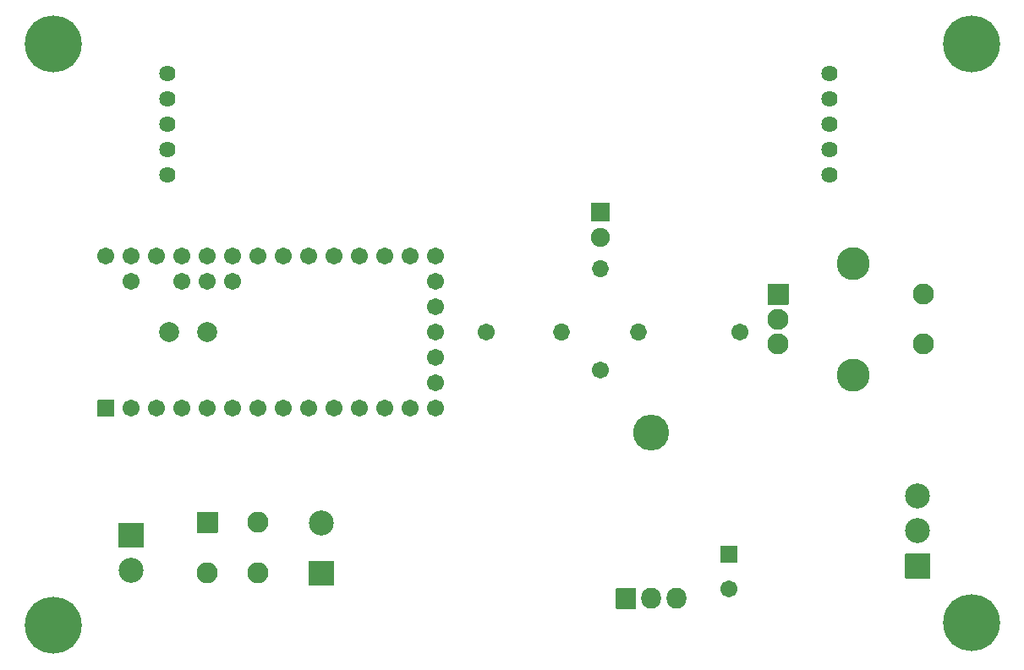
<source format=gbr>
G04 #@! TF.GenerationSoftware,KiCad,Pcbnew,(5.1.7)-1*
G04 #@! TF.CreationDate,2020-10-06T18:52:08+02:00*
G04 #@! TF.ProjectId,Timer-PCB,54696d65-722d-4504-9342-2e6b69636164,rev?*
G04 #@! TF.SameCoordinates,Original*
G04 #@! TF.FileFunction,Soldermask,Bot*
G04 #@! TF.FilePolarity,Negative*
%FSLAX46Y46*%
G04 Gerber Fmt 4.6, Leading zero omitted, Abs format (unit mm)*
G04 Created by KiCad (PCBNEW (5.1.7)-1) date 2020-10-06 18:52:08*
%MOMM*%
%LPD*%
G01*
G04 APERTURE LIST*
%ADD10C,5.702000*%
%ADD11C,1.702000*%
%ADD12O,1.702000X1.702000*%
%ADD13C,2.502000*%
%ADD14O,2.102000X2.102000*%
%ADD15C,1.902000*%
%ADD16O,3.602000X3.602000*%
%ADD17O,2.007000X2.102000*%
%ADD18C,2.002000*%
%ADD19C,1.626000*%
%ADD20C,2.102000*%
%ADD21C,3.302000*%
G04 APERTURE END LIST*
D10*
X62000000Y-74000000D03*
X62000000Y-132250000D03*
X154000000Y-74000000D03*
X154000000Y-132000000D03*
D11*
X105410000Y-102870000D03*
D12*
X112910000Y-102870000D03*
G36*
G01*
X90100000Y-128251000D02*
X87700000Y-128251000D01*
G75*
G02*
X87649000Y-128200000I0J51000D01*
G01*
X87649000Y-125800000D01*
G75*
G02*
X87700000Y-125749000I51000J0D01*
G01*
X90100000Y-125749000D01*
G75*
G02*
X90151000Y-125800000I0J-51000D01*
G01*
X90151000Y-128200000D01*
G75*
G02*
X90100000Y-128251000I-51000J0D01*
G01*
G37*
D13*
X88900000Y-122000000D03*
G36*
G01*
X128915000Y-124244000D02*
X130515000Y-124244000D01*
G75*
G02*
X130566000Y-124295000I0J-51000D01*
G01*
X130566000Y-125895000D01*
G75*
G02*
X130515000Y-125946000I-51000J0D01*
G01*
X128915000Y-125946000D01*
G75*
G02*
X128864000Y-125895000I0J51000D01*
G01*
X128864000Y-124295000D01*
G75*
G02*
X128915000Y-124244000I51000J0D01*
G01*
G37*
D11*
X129715000Y-128595000D03*
D14*
X82550000Y-121920000D03*
X77470000Y-127000000D03*
X82550000Y-127000000D03*
G36*
G01*
X76419000Y-122920000D02*
X76419000Y-120920000D01*
G75*
G02*
X76470000Y-120869000I51000J0D01*
G01*
X78470000Y-120869000D01*
G75*
G02*
X78521000Y-120920000I0J-51000D01*
G01*
X78521000Y-122920000D01*
G75*
G02*
X78470000Y-122971000I-51000J0D01*
G01*
X76470000Y-122971000D01*
G75*
G02*
X76419000Y-122920000I0J51000D01*
G01*
G37*
G36*
G01*
X115940000Y-89854000D02*
X117740000Y-89854000D01*
G75*
G02*
X117791000Y-89905000I0J-51000D01*
G01*
X117791000Y-91705000D01*
G75*
G02*
X117740000Y-91756000I-51000J0D01*
G01*
X115940000Y-91756000D01*
G75*
G02*
X115889000Y-91705000I0J51000D01*
G01*
X115889000Y-89905000D01*
G75*
G02*
X115940000Y-89854000I51000J0D01*
G01*
G37*
D15*
X116840000Y-93345000D03*
D12*
X120650000Y-102870000D03*
D11*
X130810000Y-102870000D03*
X116840000Y-106680000D03*
D12*
X116840000Y-96520000D03*
D16*
X121920000Y-112880000D03*
G36*
G01*
X118376500Y-130540000D02*
X118376500Y-128540000D01*
G75*
G02*
X118427500Y-128489000I51000J0D01*
G01*
X120332500Y-128489000D01*
G75*
G02*
X120383500Y-128540000I0J-51000D01*
G01*
X120383500Y-130540000D01*
G75*
G02*
X120332500Y-130591000I-51000J0D01*
G01*
X118427500Y-130591000D01*
G75*
G02*
X118376500Y-130540000I0J51000D01*
G01*
G37*
D17*
X121920000Y-129540000D03*
X124460000Y-129540000D03*
D11*
X100330000Y-102870000D03*
X100330000Y-100330000D03*
X100330000Y-97790000D03*
X100330000Y-95250000D03*
X100330000Y-105410000D03*
X100330000Y-107950000D03*
X100330000Y-110490000D03*
X97790000Y-95250000D03*
X95250000Y-95250000D03*
X92710000Y-95250000D03*
X90170000Y-95250000D03*
X87630000Y-95250000D03*
X85090000Y-95250000D03*
X82550000Y-95250000D03*
X80010000Y-95250000D03*
X77470000Y-95250000D03*
X74930000Y-95250000D03*
X72390000Y-95250000D03*
X69850000Y-95250000D03*
X67310000Y-95250000D03*
X69850000Y-97790000D03*
X74930000Y-97790000D03*
X77470000Y-97790000D03*
X80010000Y-97790000D03*
X97790000Y-110490000D03*
X95250000Y-110490000D03*
X92710000Y-110490000D03*
X90170000Y-110490000D03*
X87630000Y-110490000D03*
X85090000Y-110490000D03*
X82550000Y-110490000D03*
X80010000Y-110490000D03*
X77470000Y-110490000D03*
X74930000Y-110490000D03*
X72390000Y-110490000D03*
X69850000Y-110490000D03*
G36*
G01*
X66459000Y-111290000D02*
X66459000Y-109690000D01*
G75*
G02*
X66510000Y-109639000I51000J0D01*
G01*
X68110000Y-109639000D01*
G75*
G02*
X68161000Y-109690000I0J-51000D01*
G01*
X68161000Y-111290000D01*
G75*
G02*
X68110000Y-111341000I-51000J0D01*
G01*
X66510000Y-111341000D01*
G75*
G02*
X66459000Y-111290000I0J51000D01*
G01*
G37*
D18*
X77470000Y-102870000D03*
X73660000Y-102870000D03*
D19*
X73472000Y-82000000D03*
X73472000Y-79460000D03*
X73472000Y-76920000D03*
X73472000Y-84540000D03*
X73472000Y-87080000D03*
X139766000Y-84540000D03*
X139766000Y-76920000D03*
X139766000Y-87080000D03*
X139766000Y-82000000D03*
X139766000Y-79460000D03*
G36*
G01*
X68650000Y-121939000D02*
X71050000Y-121939000D01*
G75*
G02*
X71101000Y-121990000I0J-51000D01*
G01*
X71101000Y-124390000D01*
G75*
G02*
X71050000Y-124441000I-51000J0D01*
G01*
X68650000Y-124441000D01*
G75*
G02*
X68599000Y-124390000I0J51000D01*
G01*
X68599000Y-121990000D01*
G75*
G02*
X68650000Y-121939000I51000J0D01*
G01*
G37*
D13*
X69850000Y-126690000D03*
G36*
G01*
X149790000Y-127521000D02*
X147390000Y-127521000D01*
G75*
G02*
X147339000Y-127470000I0J51000D01*
G01*
X147339000Y-125070000D01*
G75*
G02*
X147390000Y-125019000I51000J0D01*
G01*
X149790000Y-125019000D01*
G75*
G02*
X149841000Y-125070000I0J-51000D01*
G01*
X149841000Y-127470000D01*
G75*
G02*
X149790000Y-127521000I-51000J0D01*
G01*
G37*
X148590000Y-122770000D03*
X148590000Y-119270000D03*
D20*
X149120000Y-104060000D03*
X149120000Y-99060000D03*
D21*
X142120000Y-107160000D03*
X142120000Y-95960000D03*
D20*
X134620000Y-104060000D03*
X134620000Y-101560000D03*
G36*
G01*
X133569000Y-100060000D02*
X133569000Y-98060000D01*
G75*
G02*
X133620000Y-98009000I51000J0D01*
G01*
X135620000Y-98009000D01*
G75*
G02*
X135671000Y-98060000I0J-51000D01*
G01*
X135671000Y-100060000D01*
G75*
G02*
X135620000Y-100111000I-51000J0D01*
G01*
X133620000Y-100111000D01*
G75*
G02*
X133569000Y-100060000I0J51000D01*
G01*
G37*
M02*

</source>
